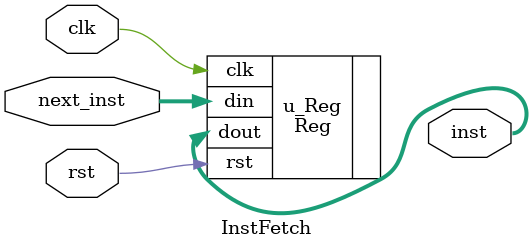
<source format=v>
module InstFetch (
    input  clk,
    input  rst,
    input  [63:0] next_inst,
    output [63:0] inst
);

    Reg #(
        .DATA_WIDTH 	( 63  ),
        .RESET_VAL  	( 0   )
    ) u_Reg (
        .clk  	( clk        ),
        .rst  	( rst        ),
        .din  	( next_inst  ),
        .dout 	( inst       )
    );
    
endmodule //InstFetch

</source>
